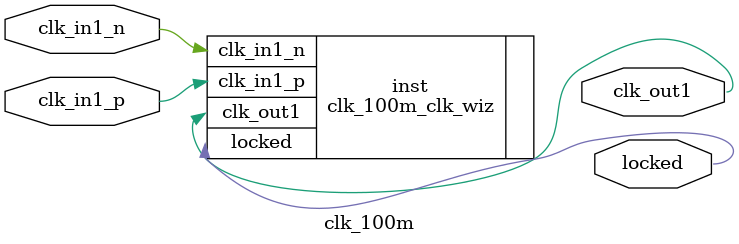
<source format=v>


`timescale 1ps/1ps

(* CORE_GENERATION_INFO = "clk_100m,clk_wiz_v6_0_2_0_0,{component_name=clk_100m,use_phase_alignment=false,use_min_o_jitter=false,use_max_i_jitter=false,use_dyn_phase_shift=false,use_inclk_switchover=false,use_dyn_reconfig=false,enable_axi=0,feedback_source=FDBK_AUTO,PRIMITIVE=MMCM,num_out_clk=1,clkin1_period=10.000,clkin2_period=10.000,use_power_down=false,use_reset=false,use_locked=true,use_inclk_stopped=false,feedback_type=SINGLE,CLOCK_MGR_TYPE=NA,manual_override=false}" *)

module clk_100m 
 (
  // Clock out ports
  output        clk_out1,
  // Status and control signals
  output        locked,
 // Clock in ports
  input         clk_in1_p,
  input         clk_in1_n
 );

  clk_100m_clk_wiz inst
  (
  // Clock out ports  
  .clk_out1(clk_out1),
  // Status and control signals               
  .locked(locked),
 // Clock in ports
  .clk_in1_p(clk_in1_p),
  .clk_in1_n(clk_in1_n)
  );

endmodule

</source>
